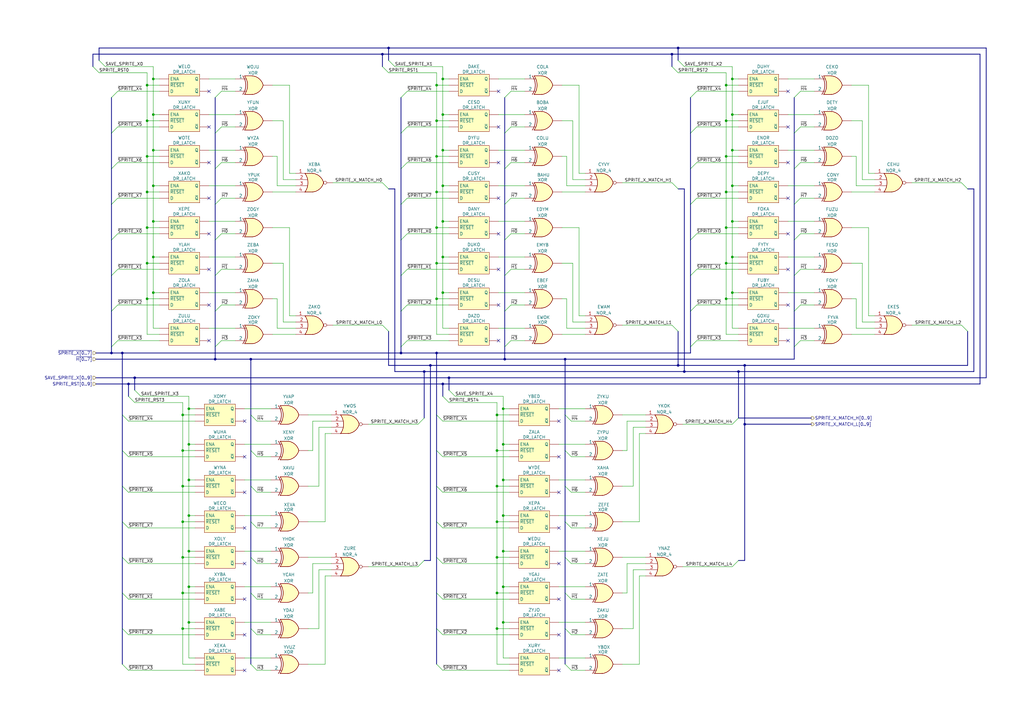
<source format=kicad_sch>
(kicad_sch (version 20230121) (generator eeschema)
  (paper "A3")
  (title_block (title "DMG-CPU B") (date "2023-04-22") (rev "0.5") (company "CC-BY-SA-4.0 Régis Galland & Michael Singer -- Derived work from Furrtek") (comment 1 "https://github.com/msinger/dmg-schematics"))
  (junction (at 206.375 211.455))
  (junction (at 206.375 196.85))
  (junction (at 60.325 93.345))
  (junction (at 275.59 22.225))
  (junction (at 297.815 78.74))
  (junction (at 203.835 184.785))
  (junction (at 203.835 213.995))
  (junction (at 173.99 152.4))
  (junction (at 77.47 167.64))
  (junction (at 206.375 182.245))
  (junction (at 55.245 154.94))
  (junction (at 88.265 147.32))
  (junction (at 280.67 152.4))
  (junction (at 179.07 78.74))
  (junction (at 302.895 152.4))
  (junction (at 300.355 120.015))
  (junction (at 181.61 32.385))
  (junction (at 300.355 105.41))
  (junction (at 62.865 90.805))
  (junction (at 179.07 49.53))
  (junction (at 206.375 240.665))
  (junction (at 203.835 243.205))
  (junction (at 179.07 93.345))
  (junction (at 203.835 257.81))
  (junction (at 181.61 46.99))
  (junction (at 179.07 144.78))
  (junction (at 74.93 199.39))
  (junction (at 278.13 19.685))
  (junction (at 62.865 32.385))
  (junction (at 181.61 90.805))
  (junction (at 206.375 167.64))
  (junction (at 203.835 228.6))
  (junction (at 62.865 76.2))
  (junction (at 74.93 184.785))
  (junction (at 300.355 46.99))
  (junction (at 297.815 107.95))
  (junction (at 60.325 78.74))
  (junction (at 297.815 49.53))
  (junction (at 300.355 61.595))
  (junction (at 60.325 49.53))
  (junction (at 297.815 64.135))
  (junction (at 181.61 61.595))
  (junction (at 305.435 149.86))
  (junction (at 179.07 34.925))
  (junction (at 60.325 107.95))
  (junction (at 77.47 182.245))
  (junction (at 62.865 46.99))
  (junction (at 297.815 34.925))
  (junction (at 181.61 105.41))
  (junction (at 181.61 76.2))
  (junction (at 74.93 228.6))
  (junction (at 203.835 199.39))
  (junction (at 164.465 144.78))
  (junction (at 176.53 149.86))
  (junction (at 297.815 93.345))
  (junction (at 300.355 32.385))
  (junction (at 156.845 22.225))
  (junction (at 62.865 120.015))
  (junction (at 60.325 64.135))
  (junction (at 77.47 226.06))
  (junction (at 207.01 147.32))
  (junction (at 45.72 144.78))
  (junction (at 206.375 255.27))
  (junction (at 203.835 170.18))
  (junction (at 159.385 19.685))
  (junction (at 278.13 149.86))
  (junction (at 52.705 157.48))
  (junction (at 62.865 61.595))
  (junction (at 231.775 147.32))
  (junction (at 305.435 173.99))
  (junction (at 206.375 226.06))
  (junction (at 179.07 64.135))
  (junction (at 77.47 240.665))
  (junction (at 102.87 147.32))
  (junction (at 60.325 122.555))
  (junction (at 179.07 107.95))
  (junction (at 74.93 170.18))
  (junction (at 74.93 257.81))
  (junction (at 77.47 211.455))
  (junction (at 74.93 243.205))
  (junction (at 77.47 196.85))
  (junction (at 184.15 154.94))
  (junction (at 300.355 90.805))
  (junction (at 181.61 120.015))
  (junction (at 179.07 122.555))
  (junction (at 297.815 122.555))
  (junction (at 181.61 157.48))
  (junction (at 62.865 105.41))
  (junction (at 74.93 213.995))
  (junction (at 77.47 255.27))
  (junction (at 60.325 34.925))
  (junction (at 50.165 144.78))
  (junction (at 300.355 76.2))
  (no_connect (at 204.47 81.28))
  (no_connect (at 229.235 274.955))
  (no_connect (at 100.33 274.955))
  (no_connect (at 204.47 52.07))
  (no_connect (at 229.235 245.745))
  (no_connect (at 229.235 201.93))
  (no_connect (at 229.235 231.14))
  (no_connect (at 204.47 110.49))
  (no_connect (at 229.235 260.35))
  (no_connect (at 323.215 52.07))
  (no_connect (at 85.725 52.07))
  (no_connect (at 85.725 37.465))
  (no_connect (at 85.725 125.095))
  (no_connect (at 323.215 95.885))
  (no_connect (at 85.725 110.49))
  (no_connect (at 323.215 125.095))
  (no_connect (at 323.215 110.49))
  (no_connect (at 323.215 37.465))
  (no_connect (at 100.33 201.93))
  (no_connect (at 204.47 37.465))
  (no_connect (at 229.235 187.325))
  (no_connect (at 100.33 216.535))
  (no_connect (at 100.33 187.325))
  (no_connect (at 85.725 66.675))
  (no_connect (at 229.235 172.72))
  (no_connect (at 229.235 216.535))
  (no_connect (at 100.33 245.745))
  (no_connect (at 323.215 81.28))
  (no_connect (at 100.33 231.14))
  (no_connect (at 204.47 66.675))
  (no_connect (at 100.33 260.35))
  (no_connect (at 323.215 66.675))
  (no_connect (at 204.47 125.095))
  (no_connect (at 323.215 139.7))
  (no_connect (at 204.47 95.885))
  (no_connect (at 204.47 139.7))
  (no_connect (at 100.33 172.72))
  (no_connect (at 85.725 81.28))
  (no_connect (at 85.725 95.885))
  (no_connect (at 85.725 139.7))
  (bus_entry (at 209.55 110.49) (size -2.54 2.54))
  (bus_entry (at 328.295 37.465) (size -2.54 2.54))
  (bus_entry (at 52.705 201.93) (size -2.54 -2.54))
  (bus_entry (at 52.705 172.72) (size -2.54 -2.54))
  (bus_entry (at 167.005 52.07) (size -2.54 2.54))
  (bus_entry (at 52.705 274.955) (size -2.54 -2.54))
  (bus_entry (at 285.75 110.49) (size -2.54 2.54))
  (bus_entry (at 90.805 52.07) (size -2.54 2.54))
  (bus_entry (at 48.26 37.465) (size -2.54 2.54))
  (bus_entry (at 40.64 24.765) (size 2.54 2.54))
  (bus_entry (at 181.61 274.955) (size -2.54 -2.54))
  (bus_entry (at 52.705 245.745) (size -2.54 -2.54))
  (bus_entry (at 55.245 160.02) (size 2.54 2.54))
  (bus_entry (at 285.75 125.095) (size -2.54 2.54))
  (bus_entry (at 209.55 139.7) (size -2.54 2.54))
  (bus_entry (at 181.61 172.72) (size -2.54 -2.54))
  (bus_entry (at 48.26 95.885) (size -2.54 2.54))
  (bus_entry (at 167.005 110.49) (size -2.54 2.54))
  (bus_entry (at 156.845 27.305) (size 2.54 2.54))
  (bus_entry (at 48.26 66.675) (size -2.54 2.54))
  (bus_entry (at 234.315 201.93) (size -2.54 -2.54))
  (bus_entry (at 234.315 260.35) (size -2.54 -2.54))
  (bus_entry (at 234.315 216.535) (size -2.54 -2.54))
  (bus_entry (at 167.005 37.465) (size -2.54 2.54))
  (bus_entry (at 90.805 139.7) (size -2.54 2.54))
  (bus_entry (at 285.75 95.885) (size -2.54 2.54))
  (bus_entry (at 394.335 74.93) (size 2.54 2.54))
  (bus_entry (at 209.55 66.675) (size -2.54 2.54))
  (bus_entry (at 328.295 95.885) (size -2.54 2.54))
  (bus_entry (at 52.705 260.35) (size -2.54 -2.54))
  (bus_entry (at 209.55 81.28) (size -2.54 2.54))
  (bus_entry (at 159.385 24.765) (size 2.54 2.54))
  (bus_entry (at 52.705 216.535) (size -2.54 -2.54))
  (bus_entry (at 48.26 81.28) (size -2.54 2.54))
  (bus_entry (at 48.26 110.49) (size -2.54 2.54))
  (bus_entry (at 285.75 81.28) (size -2.54 2.54))
  (bus_entry (at 105.41 231.14) (size -2.54 -2.54))
  (bus_entry (at 105.41 216.535) (size -2.54 -2.54))
  (bus_entry (at 394.335 133.35) (size 2.54 2.54))
  (bus_entry (at 181.61 201.93) (size -2.54 -2.54))
  (bus_entry (at 234.315 172.72) (size -2.54 -2.54))
  (bus_entry (at 181.61 162.56) (size 2.54 2.54))
  (bus_entry (at 171.45 173.99) (size 2.54 -2.54))
  (bus_entry (at 285.75 139.7) (size -2.54 2.54))
  (bus_entry (at 171.45 232.41) (size 2.54 -2.54))
  (bus_entry (at 234.315 274.955) (size -2.54 -2.54))
  (bus_entry (at 167.005 125.095) (size -2.54 2.54))
  (bus_entry (at 234.315 231.14) (size -2.54 -2.54))
  (bus_entry (at 328.295 139.7) (size -2.54 2.54))
  (bus_entry (at 328.295 52.07) (size -2.54 2.54))
  (bus_entry (at 234.315 245.745) (size -2.54 -2.54))
  (bus_entry (at 105.41 172.72) (size -2.54 -2.54))
  (bus_entry (at 52.705 187.325) (size -2.54 -2.54))
  (bus_entry (at 209.55 125.095) (size -2.54 2.54))
  (bus_entry (at 90.805 81.28) (size -2.54 2.54))
  (bus_entry (at 181.61 245.745) (size -2.54 -2.54))
  (bus_entry (at 90.805 66.675) (size -2.54 2.54))
  (bus_entry (at 184.15 160.02) (size 2.54 2.54))
  (bus_entry (at 209.55 95.885) (size -2.54 2.54))
  (bus_entry (at 209.55 37.465) (size -2.54 2.54))
  (bus_entry (at 52.705 231.14) (size -2.54 -2.54))
  (bus_entry (at 167.005 66.675) (size -2.54 2.54))
  (bus_entry (at 278.13 24.765) (size 2.54 2.54))
  (bus_entry (at 209.55 52.07) (size -2.54 2.54))
  (bus_entry (at 275.59 74.93) (size 2.54 2.54))
  (bus_entry (at 181.61 216.535) (size -2.54 -2.54))
  (bus_entry (at 90.805 37.465) (size -2.54 2.54))
  (bus_entry (at 275.59 133.35) (size 2.54 2.54))
  (bus_entry (at 90.805 95.885) (size -2.54 2.54))
  (bus_entry (at 156.845 133.35) (size 2.54 2.54))
  (bus_entry (at 90.805 125.095) (size -2.54 2.54))
  (bus_entry (at 105.41 201.93) (size -2.54 -2.54))
  (bus_entry (at 105.41 187.325) (size -2.54 -2.54))
  (bus_entry (at 105.41 260.35) (size -2.54 -2.54))
  (bus_entry (at 275.59 27.305) (size 2.54 2.54))
  (bus_entry (at 156.845 74.93) (size 2.54 2.54))
  (bus_entry (at 300.355 232.41) (size 2.54 -2.54))
  (bus_entry (at 52.705 162.56) (size 2.54 2.54))
  (bus_entry (at 105.41 274.955) (size -2.54 -2.54))
  (bus_entry (at 90.805 110.49) (size -2.54 2.54))
  (bus_entry (at 167.005 95.885) (size -2.54 2.54))
  (bus_entry (at 105.41 245.745) (size -2.54 -2.54))
  (bus_entry (at 328.295 81.28) (size -2.54 2.54))
  (bus_entry (at 285.75 66.675) (size -2.54 2.54))
  (bus_entry (at 328.295 110.49) (size -2.54 2.54))
  (bus_entry (at 285.75 37.465) (size -2.54 2.54))
  (bus_entry (at 181.61 260.35) (size -2.54 -2.54))
  (bus_entry (at 181.61 187.325) (size -2.54 -2.54))
  (bus_entry (at 328.295 125.095) (size -2.54 2.54))
  (bus_entry (at 181.61 231.14) (size -2.54 -2.54))
  (bus_entry (at 300.355 173.99) (size 2.54 -2.54))
  (bus_entry (at 48.26 125.095) (size -2.54 2.54))
  (bus_entry (at 167.005 139.7) (size -2.54 2.54))
  (bus_entry (at 48.26 52.07) (size -2.54 2.54))
  (bus_entry (at 38.1 27.305) (size 2.54 2.54))
  (bus_entry (at 285.75 52.07) (size -2.54 2.54))
  (bus_entry (at 48.26 139.7) (size -2.54 2.54))
  (bus_entry (at 167.005 81.28) (size -2.54 2.54))
  (bus_entry (at 234.315 187.325) (size -2.54 -2.54))
  (bus_entry (at 328.295 66.675) (size -2.54 2.54))
  (wire (pts (xy 259.715 175.26) (xy 264.795 175.26)))
  (wire (pts (xy 52.705 260.35) (xy 80.01 260.35)))
  (wire (pts (xy 255.27 243.205) (xy 257.175 243.205)))
  (bus (pts (xy 399.415 77.47) (xy 399.415 152.4)))
  (bus (pts (xy 50.165 213.995) (xy 50.165 199.39)))
  (wire (pts (xy 257.175 243.205) (xy 257.175 231.14)))
  (wire (pts (xy 181.61 90.805) (xy 181.61 105.41)))
  (bus (pts (xy 207.01 98.425) (xy 207.01 113.03)))
  (wire (pts (xy 297.815 34.925) (xy 297.815 29.845)))
  (wire (pts (xy 208.915 199.39) (xy 203.835 199.39)))
  (bus (pts (xy 88.265 98.425) (xy 88.265 113.03)))
  (wire (pts (xy 100.33 240.665) (xy 111.125 240.665)))
  (wire (pts (xy 105.41 245.745) (xy 111.125 245.745)))
  (wire (pts (xy 62.865 32.385) (xy 62.865 46.99)))
  (wire (pts (xy 234.315 245.745) (xy 240.03 245.745)))
  (wire (pts (xy 80.01 170.18) (xy 74.93 170.18)))
  (bus (pts (xy 38.1 22.225) (xy 38.1 27.305)))
  (wire (pts (xy 230.505 64.135) (xy 232.41 64.135)))
  (wire (pts (xy 74.93 243.205) (xy 80.01 243.205)))
  (wire (pts (xy 62.865 105.41) (xy 62.865 120.015)))
  (wire (pts (xy 349.25 122.555) (xy 351.155 122.555)))
  (bus (pts (xy 231.775 147.32) (xy 231.775 170.18)))
  (wire (pts (xy 206.375 255.27) (xy 208.915 255.27)))
  (wire (pts (xy 179.07 34.925) (xy 179.07 49.53)))
  (wire (pts (xy 323.215 90.805) (xy 334.01 90.805)))
  (wire (pts (xy 229.235 211.455) (xy 240.03 211.455)))
  (wire (pts (xy 208.915 226.06) (xy 206.375 226.06)))
  (wire (pts (xy 100.33 255.27) (xy 111.125 255.27)))
  (wire (pts (xy 255.27 257.81) (xy 259.715 257.81)))
  (wire (pts (xy 302.895 61.595) (xy 300.355 61.595)))
  (wire (pts (xy 208.915 240.665) (xy 206.375 240.665)))
  (bus (pts (xy 50.165 257.81) (xy 50.165 243.205)))
  (wire (pts (xy 105.41 216.535) (xy 111.125 216.535)))
  (wire (pts (xy 181.61 76.2) (xy 181.61 90.805)))
  (bus (pts (xy 332.74 173.99) (xy 305.435 173.99)))
  (wire (pts (xy 80.01 182.245) (xy 77.47 182.245)))
  (bus (pts (xy 88.265 83.82) (xy 88.265 98.425)))
  (wire (pts (xy 394.335 74.93) (xy 374.015 74.93)))
  (bus (pts (xy 280.67 152.4) (xy 302.895 152.4)))
  (bus (pts (xy 332.74 171.45) (xy 302.895 171.45)))
  (wire (pts (xy 285.75 95.885) (xy 302.895 95.885)))
  (wire (pts (xy 280.67 27.305) (xy 300.355 27.305)))
  (wire (pts (xy 179.07 137.16) (xy 184.15 137.16)))
  (wire (pts (xy 52.705 274.955) (xy 80.01 274.955)))
  (wire (pts (xy 302.895 105.41) (xy 300.355 105.41)))
  (wire (pts (xy 184.15 64.135) (xy 179.07 64.135)))
  (wire (pts (xy 302.895 93.345) (xy 297.815 93.345)))
  (wire (pts (xy 156.845 74.93) (xy 136.525 74.93)))
  (wire (pts (xy 52.705 245.745) (xy 80.01 245.745)))
  (bus (pts (xy 280.67 77.47) (xy 280.67 152.4)))
  (wire (pts (xy 206.375 196.85) (xy 206.375 211.455)))
  (wire (pts (xy 65.405 122.555) (xy 60.325 122.555)))
  (wire (pts (xy 181.61 274.955) (xy 208.915 274.955)))
  (wire (pts (xy 90.805 139.7) (xy 96.52 139.7)))
  (wire (pts (xy 167.005 37.465) (xy 184.15 37.465)))
  (wire (pts (xy 118.745 71.12) (xy 118.745 34.925)))
  (wire (pts (xy 167.005 139.7) (xy 184.15 139.7)))
  (wire (pts (xy 159.385 29.845) (xy 179.07 29.845)))
  (wire (pts (xy 133.35 272.415) (xy 126.365 272.415)))
  (bus (pts (xy 50.165 199.39) (xy 50.165 184.785)))
  (wire (pts (xy 181.61 32.385) (xy 181.61 27.305)))
  (wire (pts (xy 229.235 196.85) (xy 240.03 196.85)))
  (wire (pts (xy 65.405 34.925) (xy 60.325 34.925)))
  (wire (pts (xy 300.355 32.385) (xy 300.355 27.305)))
  (wire (pts (xy 100.33 226.06) (xy 111.125 226.06)))
  (wire (pts (xy 65.405 93.345) (xy 60.325 93.345)))
  (wire (pts (xy 80.01 167.64) (xy 77.47 167.64)))
  (bus (pts (xy 159.385 19.685) (xy 278.13 19.685)))
  (bus (pts (xy 102.87 257.81) (xy 102.87 243.205)))
  (wire (pts (xy 230.505 122.555) (xy 232.41 122.555)))
  (wire (pts (xy 203.835 257.81) (xy 203.835 272.415)))
  (wire (pts (xy 80.01 228.6) (xy 74.93 228.6)))
  (wire (pts (xy 394.335 133.35) (xy 374.015 133.35)))
  (wire (pts (xy 234.315 260.35) (xy 240.03 260.35)))
  (wire (pts (xy 179.07 78.74) (xy 184.15 78.74)))
  (wire (pts (xy 297.815 34.925) (xy 297.815 49.53)))
  (bus (pts (xy 399.415 77.47) (xy 396.875 77.47)))
  (wire (pts (xy 65.405 90.805) (xy 62.865 90.805)))
  (wire (pts (xy 128.27 184.785) (xy 126.365 184.785)))
  (wire (pts (xy 179.07 34.925) (xy 179.07 29.845)))
  (wire (pts (xy 351.155 122.555) (xy 351.155 134.62)))
  (bus (pts (xy 102.87 243.205) (xy 102.87 228.6)))
  (wire (pts (xy 285.75 125.095) (xy 302.895 125.095)))
  (bus (pts (xy 283.21 98.425) (xy 283.21 113.03)))
  (wire (pts (xy 80.01 211.455) (xy 77.47 211.455)))
  (wire (pts (xy 262.255 272.415) (xy 255.27 272.415)))
  (wire (pts (xy 43.18 27.305) (xy 62.865 27.305)))
  (wire (pts (xy 206.375 226.06) (xy 206.375 240.665)))
  (wire (pts (xy 167.005 66.675) (xy 184.15 66.675)))
  (wire (pts (xy 323.215 46.99) (xy 334.01 46.99)))
  (wire (pts (xy 297.815 93.345) (xy 297.815 107.95)))
  (wire (pts (xy 113.665 76.2) (xy 121.285 76.2)))
  (bus (pts (xy 159.385 149.86) (xy 176.53 149.86)))
  (wire (pts (xy 184.15 32.385) (xy 181.61 32.385)))
  (wire (pts (xy 90.805 110.49) (xy 96.52 110.49)))
  (bus (pts (xy 45.72 98.425) (xy 45.72 113.03)))
  (wire (pts (xy 121.285 129.54) (xy 118.745 129.54)))
  (wire (pts (xy 184.15 122.555) (xy 179.07 122.555)))
  (wire (pts (xy 90.805 52.07) (xy 96.52 52.07)))
  (wire (pts (xy 113.665 134.62) (xy 121.285 134.62)))
  (wire (pts (xy 184.15 61.595) (xy 181.61 61.595)))
  (bus (pts (xy 88.265 142.24) (xy 88.265 147.32)))
  (wire (pts (xy 113.665 64.135) (xy 113.665 76.2)))
  (wire (pts (xy 230.505 137.16) (xy 240.03 137.16)))
  (wire (pts (xy 126.365 243.205) (xy 128.27 243.205)))
  (wire (pts (xy 60.325 78.74) (xy 65.405 78.74)))
  (wire (pts (xy 77.47 167.64) (xy 77.47 182.245)))
  (wire (pts (xy 300.355 32.385) (xy 300.355 46.99)))
  (wire (pts (xy 111.76 64.135) (xy 113.665 64.135)))
  (wire (pts (xy 209.55 37.465) (xy 215.265 37.465)))
  (wire (pts (xy 111.76 137.16) (xy 121.285 137.16)))
  (wire (pts (xy 80.01 226.06) (xy 77.47 226.06)))
  (wire (pts (xy 300.355 61.595) (xy 300.355 76.2)))
  (wire (pts (xy 234.315 216.535) (xy 240.03 216.535)))
  (wire (pts (xy 48.26 52.07) (xy 65.405 52.07)))
  (bus (pts (xy 302.895 152.4) (xy 302.895 171.45)))
  (wire (pts (xy 232.41 134.62) (xy 240.03 134.62)))
  (wire (pts (xy 105.41 274.955) (xy 111.125 274.955)))
  (bus (pts (xy 325.755 142.24) (xy 325.755 147.32)))
  (wire (pts (xy 80.01 257.81) (xy 74.93 257.81)))
  (wire (pts (xy 203.835 170.18) (xy 203.835 165.1)))
  (wire (pts (xy 77.47 182.245) (xy 77.47 196.85)))
  (bus (pts (xy 179.07 144.78) (xy 283.21 144.78)))
  (wire (pts (xy 230.505 107.95) (xy 234.95 107.95)))
  (wire (pts (xy 74.93 170.18) (xy 74.93 184.785)))
  (wire (pts (xy 48.26 110.49) (xy 65.405 110.49)))
  (wire (pts (xy 184.15 105.41) (xy 181.61 105.41)))
  (wire (pts (xy 130.81 199.39) (xy 126.365 199.39)))
  (bus (pts (xy 231.775 257.81) (xy 231.775 243.205)))
  (wire (pts (xy 181.61 46.99) (xy 181.61 61.595)))
  (wire (pts (xy 302.895 34.925) (xy 297.815 34.925)))
  (wire (pts (xy 300.355 105.41) (xy 300.355 120.015)))
  (bus (pts (xy 231.775 170.18) (xy 231.775 184.785)))
  (wire (pts (xy 161.925 27.305) (xy 181.61 27.305)))
  (wire (pts (xy 121.285 71.12) (xy 118.745 71.12)))
  (wire (pts (xy 206.375 269.875) (xy 208.915 269.875)))
  (bus (pts (xy 283.21 113.03) (xy 283.21 127.635)))
  (wire (pts (xy 203.835 170.18) (xy 203.835 184.785)))
  (wire (pts (xy 179.07 107.95) (xy 179.07 122.555)))
  (bus (pts (xy 207.01 127.635) (xy 207.01 142.24)))
  (wire (pts (xy 240.03 71.12) (xy 237.49 71.12)))
  (wire (pts (xy 65.405 61.595) (xy 62.865 61.595)))
  (wire (pts (xy 208.915 182.245) (xy 206.375 182.245)))
  (wire (pts (xy 181.61 134.62) (xy 184.15 134.62)))
  (bus (pts (xy 181.61 157.48) (xy 401.955 157.48)))
  (wire (pts (xy 358.775 73.66) (xy 353.695 73.66)))
  (wire (pts (xy 240.03 73.66) (xy 234.95 73.66)))
  (wire (pts (xy 328.295 52.07) (xy 334.01 52.07)))
  (bus (pts (xy 278.13 19.685) (xy 278.13 24.765)))
  (bus (pts (xy 156.845 22.225) (xy 156.845 27.305)))
  (wire (pts (xy 55.245 165.1) (xy 74.93 165.1)))
  (wire (pts (xy 255.27 228.6) (xy 264.795 228.6)))
  (bus (pts (xy 404.495 19.685) (xy 278.13 19.685)))
  (wire (pts (xy 184.15 46.99) (xy 181.61 46.99)))
  (bus (pts (xy 52.705 157.48) (xy 181.61 157.48)))
  (wire (pts (xy 181.61 134.62) (xy 181.61 120.015)))
  (wire (pts (xy 62.865 134.62) (xy 65.405 134.62)))
  (wire (pts (xy 204.47 61.595) (xy 215.265 61.595)))
  (wire (pts (xy 167.005 52.07) (xy 184.15 52.07)))
  (wire (pts (xy 230.505 78.74) (xy 240.03 78.74)))
  (wire (pts (xy 74.93 199.39) (xy 74.93 213.995)))
  (wire (pts (xy 204.47 134.62) (xy 215.265 134.62)))
  (wire (pts (xy 80.01 196.85) (xy 77.47 196.85)))
  (wire (pts (xy 358.775 132.08) (xy 353.695 132.08)))
  (wire (pts (xy 60.325 107.95) (xy 60.325 122.555)))
  (wire (pts (xy 323.215 32.385) (xy 334.01 32.385)))
  (bus (pts (xy 283.21 54.61) (xy 283.21 69.215)))
  (wire (pts (xy 90.805 37.465) (xy 96.52 37.465)))
  (bus (pts (xy 176.53 229.87) (xy 173.99 229.87)))
  (wire (pts (xy 203.835 272.415) (xy 208.915 272.415)))
  (wire (pts (xy 232.41 122.555) (xy 232.41 134.62)))
  (wire (pts (xy 323.215 105.41) (xy 334.01 105.41)))
  (bus (pts (xy 39.37 154.94) (xy 55.245 154.94)))
  (bus (pts (xy 55.245 154.94) (xy 184.15 154.94)))
  (wire (pts (xy 203.835 213.995) (xy 203.835 228.6)))
  (bus (pts (xy 179.07 213.995) (xy 179.07 199.39)))
  (bus (pts (xy 302.895 229.87) (xy 305.435 229.87)))
  (bus (pts (xy 39.37 144.78) (xy 45.72 144.78)))
  (wire (pts (xy 130.81 257.81) (xy 130.81 233.68)))
  (bus (pts (xy 45.72 127.635) (xy 45.72 142.24)))
  (wire (pts (xy 60.325 34.925) (xy 60.325 29.845)))
  (wire (pts (xy 209.55 81.28) (xy 215.265 81.28)))
  (wire (pts (xy 300.355 76.2) (xy 300.355 90.805)))
  (wire (pts (xy 229.235 240.665) (xy 240.03 240.665)))
  (wire (pts (xy 77.47 240.665) (xy 77.47 255.27)))
  (wire (pts (xy 323.215 134.62) (xy 334.01 134.62)))
  (wire (pts (xy 179.07 122.555) (xy 179.07 137.16)))
  (wire (pts (xy 90.805 125.095) (xy 96.52 125.095)))
  (bus (pts (xy 50.165 243.205) (xy 50.165 228.6)))
  (wire (pts (xy 232.41 64.135) (xy 232.41 76.2)))
  (wire (pts (xy 285.75 110.49) (xy 302.895 110.49)))
  (wire (pts (xy 323.215 120.015) (xy 334.01 120.015)))
  (wire (pts (xy 328.295 66.675) (xy 334.01 66.675)))
  (wire (pts (xy 85.725 46.99) (xy 96.52 46.99)))
  (wire (pts (xy 206.375 167.64) (xy 206.375 182.245)))
  (wire (pts (xy 358.775 71.12) (xy 356.235 71.12)))
  (wire (pts (xy 77.47 269.875) (xy 80.01 269.875)))
  (wire (pts (xy 209.55 125.095) (xy 215.265 125.095)))
  (wire (pts (xy 204.47 46.99) (xy 215.265 46.99)))
  (wire (pts (xy 74.93 272.415) (xy 80.01 272.415)))
  (bus (pts (xy 88.265 40.005) (xy 88.265 54.61)))
  (wire (pts (xy 278.13 29.845) (xy 297.815 29.845)))
  (wire (pts (xy 275.59 133.35) (xy 255.27 133.35)))
  (wire (pts (xy 126.365 228.6) (xy 135.89 228.6)))
  (bus (pts (xy 283.21 40.005) (xy 283.21 54.61)))
  (wire (pts (xy 300.355 134.62) (xy 300.355 120.015)))
  (bus (pts (xy 45.72 83.82) (xy 45.72 98.425)))
  (bus (pts (xy 164.465 40.005) (xy 164.465 54.61)))
  (wire (pts (xy 133.35 236.22) (xy 133.35 272.415)))
  (wire (pts (xy 181.61 172.72) (xy 208.915 172.72)))
  (wire (pts (xy 85.725 120.015) (xy 96.52 120.015)))
  (wire (pts (xy 111.76 78.74) (xy 121.285 78.74)))
  (wire (pts (xy 204.47 105.41) (xy 215.265 105.41)))
  (wire (pts (xy 302.895 122.555) (xy 297.815 122.555)))
  (bus (pts (xy 231.775 213.995) (xy 231.775 199.39)))
  (wire (pts (xy 105.41 172.72) (xy 111.125 172.72)))
  (wire (pts (xy 328.295 81.28) (xy 334.01 81.28)))
  (bus (pts (xy 50.165 272.415) (xy 50.165 257.81)))
  (wire (pts (xy 80.01 199.39) (xy 74.93 199.39)))
  (wire (pts (xy 179.07 107.95) (xy 184.15 107.95)))
  (wire (pts (xy 105.41 231.14) (xy 111.125 231.14)))
  (wire (pts (xy 65.405 105.41) (xy 62.865 105.41)))
  (wire (pts (xy 85.725 32.385) (xy 96.52 32.385)))
  (bus (pts (xy 325.755 127.635) (xy 325.755 142.24)))
  (bus (pts (xy 325.755 83.82) (xy 325.755 98.425)))
  (wire (pts (xy 77.47 196.85) (xy 77.47 211.455)))
  (wire (pts (xy 105.41 201.93) (xy 111.125 201.93)))
  (wire (pts (xy 208.915 167.64) (xy 206.375 167.64)))
  (wire (pts (xy 203.835 184.785) (xy 208.915 184.785)))
  (wire (pts (xy 100.33 196.85) (xy 111.125 196.85)))
  (bus (pts (xy 305.435 149.86) (xy 305.435 173.99)))
  (wire (pts (xy 264.795 231.14) (xy 257.175 231.14)))
  (wire (pts (xy 208.915 170.18) (xy 203.835 170.18)))
  (wire (pts (xy 302.895 46.99) (xy 300.355 46.99)))
  (bus (pts (xy 275.59 22.225) (xy 401.955 22.225)))
  (wire (pts (xy 65.405 46.99) (xy 62.865 46.99)))
  (wire (pts (xy 285.75 81.28) (xy 302.895 81.28)))
  (wire (pts (xy 179.07 78.74) (xy 179.07 93.345)))
  (wire (pts (xy 240.03 132.08) (xy 234.95 132.08)))
  (wire (pts (xy 85.725 61.595) (xy 96.52 61.595)))
  (wire (pts (xy 77.47 226.06) (xy 77.47 240.665)))
  (wire (pts (xy 262.255 236.22) (xy 262.255 272.415)))
  (wire (pts (xy 203.835 243.205) (xy 203.835 257.81)))
  (bus (pts (xy 102.87 213.995) (xy 102.87 199.39)))
  (wire (pts (xy 300.355 173.99) (xy 280.035 173.99)))
  (wire (pts (xy 204.47 32.385) (xy 215.265 32.385)))
  (wire (pts (xy 65.405 32.385) (xy 62.865 32.385)))
  (wire (pts (xy 300.355 232.41) (xy 280.035 232.41)))
  (wire (pts (xy 85.725 134.62) (xy 96.52 134.62)))
  (wire (pts (xy 208.915 196.85) (xy 206.375 196.85)))
  (bus (pts (xy 45.72 142.24) (xy 45.72 144.78)))
  (bus (pts (xy 164.465 69.215) (xy 164.465 83.82)))
  (wire (pts (xy 48.26 125.095) (xy 65.405 125.095)))
  (wire (pts (xy 52.705 172.72) (xy 80.01 172.72)))
  (bus (pts (xy 305.435 173.99) (xy 305.435 229.87)))
  (bus (pts (xy 102.87 147.32) (xy 102.87 170.18)))
  (wire (pts (xy 208.915 257.81) (xy 203.835 257.81)))
  (wire (pts (xy 259.715 257.81) (xy 259.715 233.68)))
  (wire (pts (xy 358.775 129.54) (xy 356.235 129.54)))
  (wire (pts (xy 62.865 32.385) (xy 62.865 27.305)))
  (wire (pts (xy 60.325 78.74) (xy 60.325 93.345)))
  (wire (pts (xy 328.295 139.7) (xy 334.01 139.7)))
  (bus (pts (xy 283.21 83.82) (xy 283.21 98.425)))
  (wire (pts (xy 237.49 71.12) (xy 237.49 34.925)))
  (wire (pts (xy 167.005 125.095) (xy 184.15 125.095)))
  (wire (pts (xy 206.375 211.455) (xy 206.375 226.06)))
  (wire (pts (xy 111.76 107.95) (xy 116.205 107.95)))
  (wire (pts (xy 356.235 129.54) (xy 356.235 93.345)))
  (bus (pts (xy 164.465 127.635) (xy 164.465 142.24)))
  (wire (pts (xy 179.07 49.53) (xy 179.07 64.135)))
  (wire (pts (xy 209.55 52.07) (xy 215.265 52.07)))
  (wire (pts (xy 262.255 177.8) (xy 262.255 213.995)))
  (bus (pts (xy 231.775 243.205) (xy 231.775 228.6)))
  (wire (pts (xy 349.25 78.74) (xy 358.775 78.74)))
  (bus (pts (xy 404.495 154.94) (xy 404.495 19.685)))
  (bus (pts (xy 50.165 144.78) (xy 164.465 144.78)))
  (wire (pts (xy 229.235 269.875) (xy 240.03 269.875)))
  (wire (pts (xy 184.15 93.345) (xy 179.07 93.345)))
  (bus (pts (xy 52.705 157.48) (xy 52.705 162.56)))
  (wire (pts (xy 229.235 255.27) (xy 240.03 255.27)))
  (bus (pts (xy 231.775 272.415) (xy 231.775 257.81)))
  (wire (pts (xy 100.33 182.245) (xy 111.125 182.245)))
  (wire (pts (xy 186.69 162.56) (xy 206.375 162.56)))
  (wire (pts (xy 255.27 199.39) (xy 259.715 199.39)))
  (wire (pts (xy 130.81 175.26) (xy 135.89 175.26)))
  (bus (pts (xy 164.465 142.24) (xy 164.465 144.78)))
  (bus (pts (xy 88.265 54.61) (xy 88.265 69.215)))
  (wire (pts (xy 181.61 231.14) (xy 208.915 231.14)))
  (wire (pts (xy 300.355 120.015) (xy 302.895 120.015)))
  (bus (pts (xy 40.64 19.685) (xy 159.385 19.685)))
  (wire (pts (xy 181.61 187.325) (xy 208.915 187.325)))
  (bus (pts (xy 325.755 98.425) (xy 325.755 113.03)))
  (bus (pts (xy 280.67 77.47) (xy 278.13 77.47)))
  (bus (pts (xy 401.955 22.225) (xy 401.955 157.48)))
  (wire (pts (xy 105.41 187.325) (xy 111.125 187.325)))
  (wire (pts (xy 297.815 64.135) (xy 297.815 78.74)))
  (wire (pts (xy 203.835 243.205) (xy 208.915 243.205)))
  (wire (pts (xy 100.33 167.64) (xy 111.125 167.64)))
  (wire (pts (xy 135.89 231.14) (xy 128.27 231.14)))
  (wire (pts (xy 156.845 133.35) (xy 136.525 133.35)))
  (bus (pts (xy 156.845 22.225) (xy 275.59 22.225)))
  (wire (pts (xy 105.41 260.35) (xy 111.125 260.35)))
  (wire (pts (xy 74.93 170.18) (xy 74.93 165.1)))
  (bus (pts (xy 173.99 152.4) (xy 280.67 152.4)))
  (wire (pts (xy 255.27 184.785) (xy 257.175 184.785)))
  (bus (pts (xy 173.99 152.4) (xy 173.99 171.45)))
  (bus (pts (xy 207.01 113.03) (xy 207.01 127.635)))
  (wire (pts (xy 184.15 90.805) (xy 181.61 90.805)))
  (wire (pts (xy 351.155 76.2) (xy 358.775 76.2)))
  (wire (pts (xy 48.26 66.675) (xy 65.405 66.675)))
  (bus (pts (xy 38.1 22.225) (xy 156.845 22.225)))
  (bus (pts (xy 176.53 149.86) (xy 176.53 229.87)))
  (wire (pts (xy 74.93 243.205) (xy 74.93 257.81)))
  (wire (pts (xy 111.76 122.555) (xy 113.665 122.555)))
  (bus (pts (xy 50.165 228.6) (xy 50.165 213.995)))
  (bus (pts (xy 102.87 228.6) (xy 102.87 213.995)))
  (wire (pts (xy 130.81 233.68) (xy 135.89 233.68)))
  (wire (pts (xy 285.75 139.7) (xy 302.895 139.7)))
  (wire (pts (xy 181.61 260.35) (xy 208.915 260.35)))
  (bus (pts (xy 50.165 184.785) (xy 50.165 170.18)))
  (wire (pts (xy 257.175 184.785) (xy 257.175 172.72)))
  (wire (pts (xy 167.005 110.49) (xy 184.15 110.49)))
  (wire (pts (xy 130.81 199.39) (xy 130.81 175.26)))
  (bus (pts (xy 164.465 83.82) (xy 164.465 98.425)))
  (bus (pts (xy 207.01 69.215) (xy 207.01 83.82)))
  (wire (pts (xy 262.255 236.22) (xy 264.795 236.22)))
  (bus (pts (xy 161.925 77.47) (xy 161.925 152.4)))
  (bus (pts (xy 278.13 149.86) (xy 305.435 149.86)))
  (bus (pts (xy 207.01 142.24) (xy 207.01 147.32)))
  (wire (pts (xy 133.35 236.22) (xy 135.89 236.22)))
  (wire (pts (xy 121.285 132.08) (xy 116.205 132.08)))
  (wire (pts (xy 62.865 120.015) (xy 65.405 120.015)))
  (wire (pts (xy 209.55 66.675) (xy 215.265 66.675)))
  (wire (pts (xy 184.15 165.1) (xy 203.835 165.1)))
  (bus (pts (xy 161.925 77.47) (xy 159.385 77.47)))
  (wire (pts (xy 285.75 66.675) (xy 302.895 66.675)))
  (bus (pts (xy 159.385 19.685) (xy 159.385 24.765)))
  (wire (pts (xy 181.61 201.93) (xy 208.915 201.93)))
  (bus (pts (xy 102.87 170.18) (xy 102.87 184.785)))
  (bus (pts (xy 88.265 127.635) (xy 88.265 142.24)))
  (wire (pts (xy 209.55 110.49) (xy 215.265 110.49)))
  (wire (pts (xy 62.865 46.99) (xy 62.865 61.595)))
  (wire (pts (xy 181.61 61.595) (xy 181.61 76.2)))
  (wire (pts (xy 85.725 76.2) (xy 96.52 76.2)))
  (wire (pts (xy 328.295 37.465) (xy 334.01 37.465)))
  (wire (pts (xy 297.815 107.95) (xy 302.895 107.95)))
  (wire (pts (xy 230.505 49.53) (xy 234.95 49.53)))
  (wire (pts (xy 300.355 90.805) (xy 300.355 105.41)))
  (bus (pts (xy 179.07 243.205) (xy 179.07 228.6)))
  (bus (pts (xy 50.165 144.78) (xy 50.165 170.18)))
  (bus (pts (xy 184.15 154.94) (xy 184.15 160.02)))
  (wire (pts (xy 74.93 213.995) (xy 74.93 228.6)))
  (wire (pts (xy 351.155 64.135) (xy 351.155 76.2)))
  (wire (pts (xy 48.26 81.28) (xy 65.405 81.28)))
  (wire (pts (xy 181.61 120.015) (xy 184.15 120.015)))
  (wire (pts (xy 255.27 170.18) (xy 264.795 170.18)))
  (wire (pts (xy 328.295 110.49) (xy 334.01 110.49)))
  (wire (pts (xy 60.325 93.345) (xy 60.325 107.95)))
  (bus (pts (xy 283.21 127.635) (xy 283.21 142.24)))
  (wire (pts (xy 297.815 122.555) (xy 297.815 137.16)))
  (wire (pts (xy 302.895 76.2) (xy 300.355 76.2)))
  (wire (pts (xy 60.325 137.16) (xy 65.405 137.16)))
  (wire (pts (xy 230.505 34.925) (xy 237.49 34.925)))
  (wire (pts (xy 60.325 49.53) (xy 65.405 49.53)))
  (wire (pts (xy 349.25 64.135) (xy 351.155 64.135)))
  (bus (pts (xy 102.87 147.32) (xy 207.01 147.32)))
  (wire (pts (xy 74.93 228.6) (xy 74.93 243.205)))
  (bus (pts (xy 164.465 98.425) (xy 164.465 113.03)))
  (wire (pts (xy 65.405 76.2) (xy 62.865 76.2)))
  (wire (pts (xy 128.27 184.785) (xy 128.27 172.72)))
  (wire (pts (xy 133.35 177.8) (xy 135.89 177.8)))
  (wire (pts (xy 116.205 49.53) (xy 116.205 73.66)))
  (wire (pts (xy 111.76 93.345) (xy 118.745 93.345)))
  (bus (pts (xy 207.01 83.82) (xy 207.01 98.425)))
  (wire (pts (xy 302.895 32.385) (xy 300.355 32.385)))
  (bus (pts (xy 88.265 69.215) (xy 88.265 83.82)))
  (wire (pts (xy 229.235 167.64) (xy 240.03 167.64)))
  (wire (pts (xy 203.835 199.39) (xy 203.835 213.995)))
  (wire (pts (xy 111.76 34.925) (xy 118.745 34.925)))
  (wire (pts (xy 62.865 61.595) (xy 62.865 76.2)))
  (wire (pts (xy 167.005 95.885) (xy 184.15 95.885)))
  (wire (pts (xy 48.26 37.465) (xy 65.405 37.465)))
  (wire (pts (xy 349.25 93.345) (xy 356.235 93.345)))
  (wire (pts (xy 230.505 93.345) (xy 237.49 93.345)))
  (wire (pts (xy 204.47 76.2) (xy 215.265 76.2)))
  (bus (pts (xy 278.13 135.89) (xy 278.13 149.86)))
  (bus (pts (xy 45.72 69.215) (xy 45.72 83.82)))
  (wire (pts (xy 171.45 232.41) (xy 151.13 232.41)))
  (wire (pts (xy 179.07 64.135) (xy 179.07 78.74)))
  (wire (pts (xy 48.26 95.885) (xy 65.405 95.885)))
  (wire (pts (xy 128.27 243.205) (xy 128.27 231.14)))
  (wire (pts (xy 206.375 167.64) (xy 206.375 162.56)))
  (wire (pts (xy 77.47 211.455) (xy 77.47 226.06)))
  (wire (pts (xy 229.235 182.245) (xy 240.03 182.245)))
  (wire (pts (xy 179.07 93.345) (xy 179.07 107.95)))
  (bus (pts (xy 305.435 149.86) (xy 396.875 149.86)))
  (bus (pts (xy 325.755 113.03) (xy 325.755 127.635)))
  (wire (pts (xy 52.705 231.14) (xy 80.01 231.14)))
  (wire (pts (xy 40.64 29.845) (xy 60.325 29.845)))
  (wire (pts (xy 234.95 49.53) (xy 234.95 73.66)))
  (bus (pts (xy 325.755 40.005) (xy 325.755 54.61)))
  (wire (pts (xy 48.26 139.7) (xy 65.405 139.7)))
  (wire (pts (xy 328.295 125.095) (xy 334.01 125.095)))
  (wire (pts (xy 133.35 177.8) (xy 133.35 213.995)))
  (bus (pts (xy 283.21 69.215) (xy 283.21 83.82)))
  (wire (pts (xy 100.33 211.455) (xy 111.125 211.455)))
  (wire (pts (xy 209.55 95.885) (xy 215.265 95.885)))
  (wire (pts (xy 85.725 90.805) (xy 96.52 90.805)))
  (bus (pts (xy 181.61 157.48) (xy 181.61 162.56)))
  (wire (pts (xy 208.915 228.6) (xy 203.835 228.6)))
  (wire (pts (xy 85.725 105.41) (xy 96.52 105.41)))
  (wire (pts (xy 297.815 78.74) (xy 302.895 78.74)))
  (wire (pts (xy 300.355 134.62) (xy 302.895 134.62)))
  (wire (pts (xy 126.365 170.18) (xy 135.89 170.18)))
  (wire (pts (xy 118.745 129.54) (xy 118.745 93.345)))
  (bus (pts (xy 45.72 54.61) (xy 45.72 69.215)))
  (wire (pts (xy 262.255 177.8) (xy 264.795 177.8)))
  (bus (pts (xy 45.72 144.78) (xy 50.165 144.78)))
  (wire (pts (xy 351.155 134.62) (xy 358.775 134.62)))
  (bus (pts (xy 396.875 135.89) (xy 396.875 149.86)))
  (wire (pts (xy 111.76 49.53) (xy 116.205 49.53)))
  (bus (pts (xy 40.64 19.685) (xy 40.64 24.765)))
  (wire (pts (xy 77.47 255.27) (xy 80.01 255.27)))
  (wire (pts (xy 60.325 107.95) (xy 65.405 107.95)))
  (wire (pts (xy 323.215 61.595) (xy 334.01 61.595)))
  (bus (pts (xy 164.465 144.78) (xy 179.07 144.78)))
  (wire (pts (xy 62.865 134.62) (xy 62.865 120.015)))
  (wire (pts (xy 74.93 213.995) (xy 80.01 213.995)))
  (wire (pts (xy 323.215 76.2) (xy 334.01 76.2)))
  (wire (pts (xy 302.895 90.805) (xy 300.355 90.805)))
  (bus (pts (xy 179.07 272.415) (xy 179.07 257.81)))
  (wire (pts (xy 285.75 37.465) (xy 302.895 37.465)))
  (bus (pts (xy 207.01 40.005) (xy 207.01 54.61)))
  (bus (pts (xy 325.755 69.215) (xy 325.755 83.82)))
  (wire (pts (xy 74.93 184.785) (xy 74.93 199.39)))
  (bus (pts (xy 176.53 149.86) (xy 278.13 149.86)))
  (bus (pts (xy 161.925 152.4) (xy 173.99 152.4)))
  (wire (pts (xy 52.705 201.93) (xy 80.01 201.93)))
  (wire (pts (xy 302.895 64.135) (xy 297.815 64.135)))
  (wire (pts (xy 297.815 137.16) (xy 302.895 137.16)))
  (wire (pts (xy 240.03 129.54) (xy 237.49 129.54)))
  (bus (pts (xy 55.245 154.94) (xy 55.245 160.02)))
  (wire (pts (xy 133.35 213.995) (xy 126.365 213.995)))
  (wire (pts (xy 52.705 216.535) (xy 80.01 216.535)))
  (wire (pts (xy 234.315 231.14) (xy 240.03 231.14)))
  (wire (pts (xy 90.805 81.28) (xy 96.52 81.28)))
  (wire (pts (xy 204.47 90.805) (xy 215.265 90.805)))
  (bus (pts (xy 179.07 257.81) (xy 179.07 243.205)))
  (wire (pts (xy 203.835 228.6) (xy 203.835 243.205)))
  (wire (pts (xy 179.07 49.53) (xy 184.15 49.53)))
  (bus (pts (xy 102.87 272.415) (xy 102.87 257.81)))
  (wire (pts (xy 60.325 64.135) (xy 60.325 78.74)))
  (wire (pts (xy 90.805 66.675) (xy 96.52 66.675)))
  (wire (pts (xy 349.25 107.95) (xy 353.695 107.95)))
  (bus (pts (xy 231.775 199.39) (xy 231.775 184.785)))
  (wire (pts (xy 353.695 49.53) (xy 353.695 73.66)))
  (bus (pts (xy 231.775 228.6) (xy 231.775 213.995)))
  (bus (pts (xy 184.15 154.94) (xy 404.495 154.94)))
  (bus (pts (xy 39.37 157.48) (xy 52.705 157.48)))
  (wire (pts (xy 62.865 76.2) (xy 62.865 90.805)))
  (wire (pts (xy 356.235 71.12) (xy 356.235 34.925)))
  (wire (pts (xy 262.255 213.995) (xy 255.27 213.995)))
  (wire (pts (xy 57.785 162.56) (xy 77.47 162.56)))
  (bus (pts (xy 88.265 147.32) (xy 39.37 147.32)))
  (wire (pts (xy 259.715 199.39) (xy 259.715 175.26)))
  (wire (pts (xy 184.15 34.925) (xy 179.07 34.925)))
  (wire (pts (xy 209.55 139.7) (xy 215.265 139.7)))
  (wire (pts (xy 60.325 49.53) (xy 60.325 64.135)))
  (wire (pts (xy 328.295 95.885) (xy 334.01 95.885)))
  (wire (pts (xy 65.405 64.135) (xy 60.325 64.135)))
  (wire (pts (xy 77.47 167.64) (xy 77.47 162.56)))
  (wire (pts (xy 135.89 172.72) (xy 128.27 172.72)))
  (wire (pts (xy 297.815 49.53) (xy 297.815 64.135)))
  (wire (pts (xy 297.815 78.74) (xy 297.815 93.345)))
  (wire (pts (xy 206.375 240.665) (xy 206.375 255.27)))
  (wire (pts (xy 234.95 107.95) (xy 234.95 132.08)))
  (bus (pts (xy 179.07 184.785) (xy 179.07 170.18)))
  (wire (pts (xy 234.315 172.72) (xy 240.03 172.72)))
  (bus (pts (xy 159.385 135.89) (xy 159.385 149.86)))
  (bus (pts (xy 231.775 147.32) (xy 325.755 147.32)))
  (wire (pts (xy 203.835 184.785) (xy 203.835 199.39)))
  (bus (pts (xy 45.72 40.005) (xy 45.72 54.61)))
  (wire (pts (xy 297.815 49.53) (xy 302.895 49.53)))
  (wire (pts (xy 264.795 172.72) (xy 257.175 172.72)))
  (wire (pts (xy 232.41 76.2) (xy 240.03 76.2)))
  (bus (pts (xy 45.72 113.03) (xy 45.72 127.635)))
  (wire (pts (xy 208.915 211.455) (xy 206.375 211.455)))
  (wire (pts (xy 206.375 269.875) (xy 206.375 255.27)))
  (wire (pts (xy 229.235 226.06) (xy 240.03 226.06)))
  (bus (pts (xy 102.87 199.39) (xy 102.87 184.785)))
  (wire (pts (xy 234.315 274.955) (xy 240.03 274.955)))
  (wire (pts (xy 181.61 32.385) (xy 181.61 46.99)))
  (wire (pts (xy 121.285 73.66) (xy 116.205 73.66)))
  (bus (pts (xy 179.07 199.39) (xy 179.07 184.785)))
  (wire (pts (xy 349.25 49.53) (xy 353.695 49.53)))
  (wire (pts (xy 353.695 107.95) (xy 353.695 132.08)))
  (wire (pts (xy 285.75 52.07) (xy 302.895 52.07)))
  (bus (pts (xy 275.59 22.225) (xy 275.59 27.305)))
  (wire (pts (xy 181.61 105.41) (xy 181.61 120.015)))
  (wire (pts (xy 237.49 129.54) (xy 237.49 93.345)))
  (wire (pts (xy 275.59 74.93) (xy 255.27 74.93)))
  (wire (pts (xy 349.25 34.925) (xy 356.235 34.925)))
  (bus (pts (xy 164.465 54.61) (xy 164.465 69.215)))
  (wire (pts (xy 234.315 187.325) (xy 240.03 187.325)))
  (wire (pts (xy 297.815 107.95) (xy 297.815 122.555)))
  (bus (pts (xy 325.755 54.61) (xy 325.755 69.215)))
  (bus (pts (xy 207.01 147.32) (xy 231.775 147.32)))
  (wire (pts (xy 184.15 76.2) (xy 181.61 76.2)))
  (bus (pts (xy 179.07 228.6) (xy 179.07 213.995)))
  (wire (pts (xy 100.33 269.875) (xy 111.125 269.875)))
  (wire (pts (xy 60.325 34.925) (xy 60.325 49.53)))
  (wire (pts (xy 60.325 122.555) (xy 60.325 137.16)))
  (wire (pts (xy 181.61 245.745) (xy 208.915 245.745)))
  (wire (pts (xy 234.315 201.93) (xy 240.03 201.93)))
  (wire (pts (xy 52.705 187.325) (xy 80.01 187.325)))
  (wire (pts (xy 130.81 257.81) (xy 126.365 257.81)))
  (wire (pts (xy 77.47 269.875) (xy 77.47 255.27)))
  (wire (pts (xy 171.45 173.99) (xy 151.13 173.99)))
  (wire (pts (xy 80.01 240.665) (xy 77.47 240.665)))
  (wire (pts (xy 204.47 120.015) (xy 215.265 120.015)))
  (wire (pts (xy 116.205 107.95) (xy 116.205 132.08)))
  (wire (pts (xy 181.61 216.535) (xy 208.915 216.535)))
  (wire (pts (xy 62.865 90.805) (xy 62.865 105.41)))
  (wire (pts (xy 206.375 182.245) (xy 206.375 196.85)))
  (bus (pts (xy 179.07 144.78) (xy 179.07 170.18)))
  (wire (pts (xy 90.805 95.885) (xy 96.52 95.885)))
  (bus (pts (xy 88.265 113.03) (xy 88.265 127.635)))
  (wire (pts (xy 259.715 233.68) (xy 264.795 233.68)))
  (bus (pts (xy 207.01 54.61) (xy 207.01 69.215)))
  (wire (pts (xy 203.835 213.995) (xy 208.915 213.995)))
  (wire (pts (xy 167.005 81.28) (xy 184.15 81.28)))
  (bus (pts (xy 164.465 113.03) (xy 164.465 127.635)))
  (wire (pts (xy 113.665 122.555) (xy 113.665 134.62)))
  (bus (pts (xy 283.21 142.24) (xy 283.21 144.78)))
  (wire (pts (xy 74.93 184.785) (xy 80.01 184.785)))
  (wire (pts (xy 349.25 137.16) (xy 358.775 137.16)))
  (wire (pts (xy 300.355 46.99) (xy 300.355 61.595)))
  (wire (pts (xy 74.93 257.81) (xy 74.93 272.415)))
  (bus (pts (xy 302.895 152.4) (xy 399.415 152.4)))
  (bus (pts (xy 88.265 147.32) (xy 102.87 147.32)))
  (label "~{H4}" (at 328.295 37.465 0))
  (label "~{SPRITE_X1}" (at 181.61 245.745 0))
  (label "SPRITE_RST3" (at 55.245 165.1 0))
  (label "~{SPRITE_X0}" (at 52.705 231.14 0))
  (label "SPRITE_X_MATCH_H3" (at 171.45 173.99 180))
  (label "~{H4}" (at 234.315 172.72 0))
  (label "~{SPRITE_X7}" (at 181.61 216.535 0))
  (label "~{H6}" (at 105.41 201.93 0))
  (label "~{SPRITE_X2}" (at 285.75 125.095 0))
  (label "~{H5}" (at 90.805 52.07 0))
  (label "~{H4}" (at 90.805 37.465 0))
  (label "SPRITE_X_MATCH_L4" (at 300.355 232.41 180))
  (label "~{SPRITE_X1}" (at 285.75 110.49 0))
  (label "~{SPRITE_X2}" (at 52.705 260.35 0))
  (label "~{H1}" (at 328.295 110.49 0))
  (label "~{H3}" (at 328.295 139.7 0))
  (label "~{H3}" (at 90.805 139.7 0))
  (label "~{SPRITE_X5}" (at 167.005 52.07 0))
  (label "~{SPRITE_X6}" (at 181.61 201.93 0))
  (label "~{SPRITE_X6}" (at 285.75 66.675 0))
  (label "~{SPRITE_X5}" (at 52.705 187.325 0))
  (label "~{H2}" (at 105.41 260.35 0))
  (label "SAVE_SPRITE_X4" (at 186.69 162.56 0))
  (label "~{H2}" (at 234.315 260.35 0))
  (label "~{H5}" (at 234.315 187.325 0))
  (label "~{SPRITE_X4}" (at 285.75 37.465 0))
  (label "~{H5}" (at 105.41 187.325 0))
  (label "~{SPRITE_X6}" (at 52.705 201.93 0))
  (label "SPRITE_RST1" (at 159.385 29.845 0))
  (label "~{SPRITE_X2}" (at 181.61 260.35 0))
  (label "SPRITE_X_MATCH_H4" (at 300.355 173.99 180))
  (label "SPRITE_RST4" (at 184.15 165.1 0))
  (label "~{SPRITE_X6}" (at 167.005 66.675 0))
  (label "~{H7}" (at 90.805 81.28 0))
  (label "~{SPRITE_X7}" (at 167.005 81.28 0))
  (label "~{H4}" (at 105.41 172.72 0))
  (label "~{H1}" (at 209.55 110.49 0))
  (label "SPRITE_X_MATCH_H1" (at 275.59 74.93 180))
  (label "~{H6}" (at 209.55 66.675 0))
  (label "~{SPRITE_X7}" (at 285.75 81.28 0))
  (label "~{H6}" (at 234.315 201.93 0))
  (label "~{SPRITE_X1}" (at 52.705 245.745 0))
  (label "SAVE_SPRITE_X0" (at 43.18 27.305 0))
  (label "~{H5}" (at 328.295 52.07 0))
  (label "~{H7}" (at 328.295 81.28 0))
  (label "~{SPRITE_X1}" (at 48.26 110.49 0))
  (label "~{H6}" (at 328.295 66.675 0))
  (label "~{SPRITE_X4}" (at 48.26 37.465 0))
  (label "SPRITE_X_MATCH_L0" (at 156.845 133.35 180))
  (label "SPRITE_X_MATCH_L2" (at 394.335 133.35 180))
  (label "~{SPRITE_X7}" (at 52.705 216.535 0))
  (label "~{SPRITE_X4}" (at 167.005 37.465 0))
  (label "~{H1}" (at 90.805 110.49 0))
  (label "~{SPRITE_X3}" (at 181.61 274.955 0))
  (label "~{H7}" (at 234.315 216.535 0))
  (label "~{SPRITE_X6}" (at 48.26 66.675 0))
  (label "~{SPRITE_X3}" (at 285.75 139.7 0))
  (label "~{H1}" (at 105.41 245.745 0))
  (label "~{H0}" (at 105.41 231.14 0))
  (label "~{H3}" (at 105.41 274.955 0))
  (label "~{H1}" (at 234.315 245.745 0))
  (label "~{H3}" (at 234.315 274.955 0))
  (label "~{SPRITE_X2}" (at 167.005 125.095 0))
  (label "~{H7}" (at 209.55 81.28 0))
  (label "SPRITE_X_MATCH_L3" (at 171.45 232.41 180))
  (label "~{SPRITE_X0}" (at 48.26 95.885 0))
  (label "~{H0}" (at 209.55 95.885 0))
  (label "SAVE_SPRITE_X3" (at 57.785 162.56 0))
  (label "SPRITE_X_MATCH_H0" (at 156.845 74.93 180))
  (label "~{SPRITE_X5}" (at 181.61 187.325 0))
  (label "SPRITE_X_MATCH_L1" (at 275.59 133.35 180))
  (label "~{SPRITE_X0}" (at 167.005 95.885 0))
  (label "~{SPRITE_X5}" (at 48.26 52.07 0))
  (label "~{SPRITE_X2}" (at 48.26 125.095 0))
  (label "~{H6}" (at 90.805 66.675 0))
  (label "~{H7}" (at 105.41 216.535 0))
  (label "SAVE_SPRITE_X2" (at 280.67 27.305 0))
  (label "~{SPRITE_X4}" (at 181.61 172.72 0))
  (label "SPRITE_X_MATCH_H2" (at 394.335 74.93 180))
  (label "~{SPRITE_X7}" (at 48.26 81.28 0))
  (label "~{H2}" (at 90.805 125.095 0))
  (label "~{H0}" (at 90.805 95.885 0))
  (label "~{SPRITE_X1}" (at 167.005 110.49 0))
  (label "~{H2}" (at 328.295 125.095 0))
  (label "~{SPRITE_X3}" (at 48.26 139.7 0))
  (label "~{H5}" (at 209.55 52.07 0))
  (label "~{H0}" (at 234.315 231.14 0))
  (label "~{SPRITE_X5}" (at 285.75 52.07 0))
  (label "~{H3}" (at 209.55 139.7 0))
  (label "~{SPRITE_X0}" (at 181.61 231.14 0))
  (label "SPRITE_RST2" (at 278.13 29.845 0))
  (label "SAVE_SPRITE_X1" (at 161.925 27.305 0))
  (label "~{H2}" (at 209.55 125.095 0))
  (label "SPRITE_RST0" (at 40.64 29.845 0))
  (label "~{H4}" (at 209.55 37.465 0))
  (label "~{SPRITE_X3}" (at 52.705 274.955 0))
  (label "~{SPRITE_X0}" (at 285.75 95.885 0))
  (label "~{SPRITE_X3}" (at 167.005 139.7 0))
  (label "~{H0}" (at 328.295 95.885 0))
  (label "~{SPRITE_X4}" (at 52.705 172.72 0))
  (hierarchical_label "SPRITE_X_MATCH_H[0..9]" (shape output) (at 332.74 171.45 0))
  (hierarchical_label "~{H[0..7]}" (shape input) (at 39.37 147.32 180))
  (hierarchical_label "SPRITE_RST[0..9]" (shape input) (at 39.37 157.48 180))
  (hierarchical_label "SAVE_SPRITE_X[0..9]" (shape input) (at 39.37 154.94 180))
  (hierarchical_label "SPRITE_X_MATCH_L[0..9]" (shape output) (at 332.74 173.99 0))
  (hierarchical_label "~{SPRITE_X[0..7]}" (shape input) (at 39.37 144.78 180))
  (symbol (lib_id "DMG_CPU_Cells:NOR_4") (at 272.415 173.99 0) (unit 1)
    (property "Reference" "YKOK" (at 272.4148 166.4802 0))
    (property "Value" "NOR_4" (at 272.4148 169.0171 0))
    (property "Datasheet" "http://iceboy.a-singer.de/doc/dmg_cells.html#nor4" (effects hide))
  )
  (symbol (lib_id "DMG_CPU_Cells:DR_LATCH") (at 219.075 257.81 0) (unit 1)
    (property "Reference" "ZYJO" (at 219.075 250.19 0))
    (property "Value" "DR_LATCH" (at 219.075 252.3291 0))
    (property "Datasheet" "http://iceboy.a-singer.de/doc/dmg_cells.html#drlatch" (effects hide))
  )
  (symbol (lib_id "DMG_CPU_Cells:XOR") (at 104.14 78.74 0) (unit 1)
    (property "Reference" "YPUK" (at 104.14 71.755 0))
    (property "Value" "XOR" (at 103.7715 73.7671 0))
    (property "Datasheet" "http://iceboy.a-singer.de/doc/dmg_cells.html#xor" (effects hide))
  )
  (symbol (lib_id "DMG_CPU_Cells:XOR") (at 118.745 228.6 0) (unit 1)
    (property "Reference" "YHOK" (at 118.3765 221.0902 0))
    (property "Value" "XOR" (at 118.3765 223.6271 0))
    (property "Datasheet" "http://iceboy.a-singer.de/doc/dmg_cells.html#xor" (effects hide))
  )
  (symbol (lib_id "DMG_CPU_Cells:DR_LATCH") (at 75.565 122.555 0) (unit 1)
    (property "Reference" "ZOLA" (at 75.565 114.935 0))
    (property "Value" "DR_LATCH" (at 75.565 117.0741 0))
    (property "Datasheet" "http://iceboy.a-singer.de/doc/dmg_cells.html#drlatch" (effects hide))
  )
  (symbol (lib_id "DMG_CPU_Cells:DR_LATCH") (at 219.075 170.18 0) (unit 1)
    (property "Reference" "YBED" (at 219.075 162.56 0))
    (property "Value" "DR_LATCH" (at 219.075 164.6991 0))
    (property "Datasheet" "http://iceboy.a-singer.de/doc/dmg_cells.html#drlatch" (effects hide))
  )
  (symbol (lib_id "DMG_CPU_Cells:DR_LATCH") (at 90.17 199.39 0) (unit 1)
    (property "Reference" "WYNA" (at 90.17 191.77 0))
    (property "Value" "DR_LATCH" (at 90.17 193.9091 0))
    (property "Datasheet" "http://iceboy.a-singer.de/doc/dmg_cells.html#drlatch" (effects hide))
  )
  (symbol (lib_id "DMG_CPU_Cells:DR_LATCH") (at 313.055 107.95 0) (unit 1)
    (property "Reference" "FYTY" (at 313.055 100.33 0))
    (property "Value" "DR_LATCH" (at 313.055 102.4691 0))
    (property "Datasheet" "http://iceboy.a-singer.de/doc/dmg_cells.html#drlatch" (effects hide))
  )
  (symbol (lib_id "DMG_CPU_Cells:XOR") (at 118.745 257.81 0) (unit 1)
    (property "Reference" "YDAJ" (at 118.3765 250.3002 0))
    (property "Value" "XOR" (at 118.3765 252.8371 0))
    (property "Datasheet" "http://iceboy.a-singer.de/doc/dmg_cells.html#xor" (effects hide))
  )
  (symbol (lib_id "DMG_CPU_Cells:DR_LATCH") (at 90.17 257.81 0) (unit 1)
    (property "Reference" "XABE" (at 90.17 250.19 0))
    (property "Value" "DR_LATCH" (at 90.17 252.3291 0))
    (property "Datasheet" "http://iceboy.a-singer.de/doc/dmg_cells.html#drlatch" (effects hide))
  )
  (symbol (lib_id "DMG_CPU_Cells:DR_LATCH") (at 194.31 49.53 0) (unit 1)
    (property "Reference" "CESO" (at 194.31 41.91 0))
    (property "Value" "DR_LATCH" (at 194.31 44.0491 0))
    (property "Datasheet" "http://iceboy.a-singer.de/doc/dmg_cells.html#drlatch" (effects hide))
  )
  (symbol (lib_id "DMG_CPU_Cells:DR_LATCH") (at 90.17 170.18 0) (unit 1)
    (property "Reference" "XOMY" (at 90.17 162.56 0))
    (property "Value" "DR_LATCH" (at 90.17 164.6991 0))
    (property "Datasheet" "http://iceboy.a-singer.de/doc/dmg_cells.html#drlatch" (effects hide))
  )
  (symbol (lib_id "DMG_CPU_Cells:DR_LATCH") (at 90.17 272.415 0) (unit 1)
    (property "Reference" "XEKA" (at 90.17 264.795 0))
    (property "Value" "DR_LATCH" (at 90.17 266.9341 0))
    (property "Datasheet" "http://iceboy.a-singer.de/doc/dmg_cells.html#drlatch" (effects hide))
  )
  (symbol (lib_id "DMG_CPU_Cells:DR_LATCH") (at 194.31 34.925 0) (unit 1)
    (property "Reference" "DAKE" (at 194.31 27.305 0))
    (property "Value" "DR_LATCH" (at 194.31 29.4441 0))
    (property "Datasheet" "http://iceboy.a-singer.de/doc/dmg_cells.html#drlatch" (effects hide))
  )
  (symbol (lib_id "DMG_CPU_Cells:DR_LATCH") (at 75.565 78.74 0) (unit 1)
    (property "Reference" "XAKO" (at 75.565 71.12 0))
    (property "Value" "DR_LATCH" (at 75.565 73.2591 0))
    (property "Datasheet" "http://iceboy.a-singer.de/doc/dmg_cells.html#drlatch" (effects hide))
  )
  (symbol (lib_id "DMG_CPU_Cells:XOR") (at 247.65 257.81 0) (unit 1)
    (property "Reference" "ZAKU" (at 247.2815 250.3002 0))
    (property "Value" "XOR" (at 247.2815 252.8371 0))
    (property "Datasheet" "http://iceboy.a-singer.de/doc/dmg_cells.html#xor" (effects hide))
  )
  (symbol (lib_id "DMG_CPU_Cells:DR_LATCH") (at 219.075 184.785 0) (unit 1)
    (property "Reference" "ZALA" (at 219.075 177.165 0))
    (property "Value" "DR_LATCH" (at 219.075 179.3041 0))
    (property "Datasheet" "http://iceboy.a-singer.de/doc/dmg_cells.html#drlatch" (effects hide))
  )
  (symbol (lib_id "DMG_CPU_Cells:XOR") (at 247.65 228.6 0) (unit 1)
    (property "Reference" "XEJU" (at 247.2815 221.0902 0))
    (property "Value" "XOR" (at 247.2815 223.6271 0))
    (property "Datasheet" "http://iceboy.a-singer.de/doc/dmg_cells.html#xor" (effects hide))
  )
  (symbol (lib_id "DMG_CPU_Cells:DR_LATCH") (at 194.31 107.95 0) (unit 1)
    (property "Reference" "DUKO" (at 194.31 100.33 0))
    (property "Value" "DR_LATCH" (at 194.31 102.4691 0))
    (property "Datasheet" "http://iceboy.a-singer.de/doc/dmg_cells.html#drlatch" (effects hide))
  )
  (symbol (lib_id "DMG_CPU_Cells:DR_LATCH") (at 313.055 137.16 0) (unit 1)
    (property "Reference" "GOXU" (at 313.055 129.54 0))
    (property "Value" "DR_LATCH" (at 313.055 131.6791 0))
    (property "Datasheet" "http://iceboy.a-singer.de/doc/dmg_cells.html#drlatch" (effects hide))
  )
  (symbol (lib_id "DMG_CPU_Cells:XOR") (at 118.745 199.39 0) (unit 1)
    (property "Reference" "XAVU" (at 118.3765 191.8802 0))
    (property "Value" "XOR" (at 118.3765 194.4171 0))
    (property "Datasheet" "http://iceboy.a-singer.de/doc/dmg_cells.html#xor" (effects hide))
  )
  (symbol (lib_id "DMG_CPU_Cells:XOR") (at 247.65 184.785 0) (unit 1)
    (property "Reference" "ZYPU" (at 247.2815 177.2752 0))
    (property "Value" "XOR" (at 247.2815 179.8121 0))
    (property "Datasheet" "http://iceboy.a-singer.de/doc/dmg_cells.html#xor" (effects hide))
  )
  (symbol (lib_id "DMG_CPU_Cells:XOR") (at 222.885 34.925 0) (unit 1)
    (property "Reference" "COLA" (at 222.5165 27.4152 0))
    (property "Value" "XOR" (at 222.5165 29.9521 0))
    (property "Datasheet" "http://iceboy.a-singer.de/doc/dmg_cells.html#xor" (effects hide))
  )
  (symbol (lib_id "DMG_CPU_Cells:XOR") (at 222.885 78.74 0) (unit 1)
    (property "Reference" "BAHU" (at 222.885 71.755 0))
    (property "Value" "XOR" (at 222.5165 73.7671 0))
    (property "Datasheet" "http://iceboy.a-singer.de/doc/dmg_cells.html#xor" (effects hide))
  )
  (symbol (lib_id "DMG_CPU_Cells:XOR") (at 222.885 93.345 0) (unit 1)
    (property "Reference" "EDYM" (at 222.5165 85.8352 0))
    (property "Value" "XOR" (at 222.5165 88.3721 0))
    (property "Datasheet" "http://iceboy.a-singer.de/doc/dmg_cells.html#xor" (effects hide))
  )
  (symbol (lib_id "DMG_CPU_Cells:XOR") (at 118.745 272.415 0) (unit 1)
    (property "Reference" "YVUZ" (at 118.745 265.43 0))
    (property "Value" "XOR" (at 118.3765 267.4421 0))
    (property "Datasheet" "http://iceboy.a-singer.de/doc/dmg_cells.html#xor" (effects hide))
  )
  (symbol (lib_id "DMG_CPU_Cells:XOR") (at 222.885 64.135 0) (unit 1)
    (property "Reference" "COLU" (at 222.5165 56.6252 0))
    (property "Value" "XOR" (at 222.5165 59.1621 0))
    (property "Datasheet" "http://iceboy.a-singer.de/doc/dmg_cells.html#xor" (effects hide))
  )
  (symbol (lib_id "DMG_CPU_Cells:NOR_4") (at 247.65 133.35 0) (unit 1)
    (property "Reference" "EWAM" (at 247.6498 125.8402 0))
    (property "Value" "NOR_4" (at 247.6498 128.3771 0))
    (property "Datasheet" "http://iceboy.a-singer.de/doc/dmg_cells.html#nor4" (effects hide))
  )
  (symbol (lib_id "DMG_CPU_Cells:NOR_4") (at 272.415 232.41 0) (unit 1)
    (property "Reference" "YNAZ" (at 272.4148 224.9002 0))
    (property "Value" "NOR_4" (at 272.4148 227.4371 0))
    (property "Datasheet" "http://iceboy.a-singer.de/doc/dmg_cells.html#nor4" (effects hide))
  )
  (symbol (lib_id "DMG_CPU_Cells:XOR") (at 341.63 107.95 0) (unit 1)
    (property "Reference" "FESO" (at 341.2615 100.4402 0))
    (property "Value" "XOR" (at 341.2615 102.9771 0))
    (property "Datasheet" "http://iceboy.a-singer.de/doc/dmg_cells.html#xor" (effects hide))
  )
  (symbol (lib_id "DMG_CPU_Cells:DR_LATCH") (at 194.31 122.555 0) (unit 1)
    (property "Reference" "DESU" (at 194.31 114.935 0))
    (property "Value" "DR_LATCH" (at 194.31 117.0741 0))
    (property "Datasheet" "http://iceboy.a-singer.de/doc/dmg_cells.html#drlatch" (effects hide))
  )
  (symbol (lib_id "DMG_CPU_Cells:XOR") (at 118.745 184.785 0) (unit 1)
    (property "Reference" "XENY" (at 118.3765 177.2752 0))
    (property "Value" "XOR" (at 118.3765 179.8121 0))
    (property "Datasheet" "http://iceboy.a-singer.de/doc/dmg_cells.html#xor" (effects hide))
  )
  (symbol (lib_id "DMG_CPU_Cells:XOR") (at 104.14 107.95 0) (unit 1)
    (property "Reference" "ZEBA" (at 103.7715 100.4402 0))
    (property "Value" "XOR" (at 103.7715 102.9771 0))
    (property "Datasheet" "http://iceboy.a-singer.de/doc/dmg_cells.html#xor" (effects hide))
  )
  (symbol (lib_id "DMG_CPU_Cells:DR_LATCH") (at 313.055 64.135 0) (unit 1)
    (property "Reference" "ENOR" (at 313.055 56.515 0))
    (property "Value" "DR_LATCH" (at 313.055 58.6541 0))
    (property "Datasheet" "http://iceboy.a-singer.de/doc/dmg_cells.html#drlatch" (effects hide))
  )
  (symbol (lib_id "DMG_CPU_Cells:XOR") (at 247.65 243.205 0) (unit 1)
    (property "Reference" "ZATE" (at 247.2815 235.6952 0))
    (property "Value" "XOR" (at 247.2815 238.2321 0))
    (property "Datasheet" "http://iceboy.a-singer.de/doc/dmg_cells.html#xor" (effects hide))
  )
  (symbol (lib_id "DMG_CPU_Cells:XOR") (at 104.14 137.16 0) (unit 1)
    (property "Reference" "ZOKY" (at 104.14 130.175 0))
    (property "Value" "XOR" (at 103.7715 132.1871 0))
    (property "Datasheet" "http://iceboy.a-singer.de/doc/dmg_cells.html#xor" (effects hide))
  )
  (symbol (lib_id "DMG_CPU_Cells:XOR") (at 104.14 122.555 0) (unit 1)
    (property "Reference" "ZAHA" (at 103.7715 115.0452 0))
    (property "Value" "XOR" (at 103.7715 117.5821 0))
    (property "Datasheet" "http://iceboy.a-singer.de/doc/dmg_cells.html#xor" (effects hide))
  )
  (symbol (lib_id "DMG_CPU_Cells:XOR") (at 222.885 122.555 0) (unit 1)
    (property "Reference" "EBEF" (at 222.5165 115.0452 0))
    (property "Value" "XOR" (at 222.5165 117.5821 0))
    (property "Datasheet" "http://iceboy.a-singer.de/doc/dmg_cells.html#xor" (effects hide))
  )
  (symbol (lib_id "DMG_CPU_Cells:XOR") (at 341.63 93.345 0) (unit 1)
    (property "Reference" "FUZU" (at 341.2615 85.8352 0))
    (property "Value" "XOR" (at 341.2615 88.3721 0))
    (property "Datasheet" "http://iceboy.a-singer.de/doc/dmg_cells.html#xor" (effects hide))
  )
  (symbol (lib_id "DMG_CPU_Cells:NOR_4") (at 128.905 74.93 0) (unit 1)
    (property "Reference" "XEBA" (at 128.9048 67.4202 0))
    (property "Value" "NOR_4" (at 128.9048 69.9571 0))
    (property "Datasheet" "http://iceboy.a-singer.de/doc/dmg_cells.html#nor4" (effects hide))
  )
  (symbol (lib_id "DMG_CPU_Cells:XOR") (at 341.63 78.74 0) (unit 1)
    (property "Reference" "CONY" (at 341.63 71.755 0))
    (property "Value" "XOR" (at 341.2615 73.7671 0))
    (property "Datasheet" "http://iceboy.a-singer.de/doc/dmg_cells.html#xor" (effects hide))
  )
  (symbol (lib_id "DMG_CPU_Cells:NOR_4") (at 366.395 133.35 0) (unit 1)
    (property "Reference" "EKES" (at 366.3948 125.8402 0))
    (property "Value" "NOR_4" (at 366.3948 128.3771 0))
    (property "Datasheet" "http://iceboy.a-singer.de/doc/dmg_cells.html#nor4" (effects hide))
  )
  (symbol (lib_id "DMG_CPU_Cells:NOR_4") (at 366.395 74.93 0) (unit 1)
    (property "Reference" "CEHU" (at 366.3948 67.4202 0))
    (property "Value" "NOR_4" (at 366.3948 69.9571 0))
    (property "Datasheet" "http://iceboy.a-singer.de/doc/dmg_cells.html#nor4" (effects hide))
  )
  (symbol (lib_id "DMG_CPU_Cells:DR_LATCH") (at 90.17 184.785 0) (unit 1)
    (property "Reference" "WUHA" (at 90.17 177.165 0))
    (property "Value" "DR_LATCH" (at 90.17 179.3041 0))
    (property "Datasheet" "http://iceboy.a-singer.de/doc/dmg_cells.html#drlatch" (effects hide))
  )
  (symbol (lib_id "DMG_CPU_Cells:DR_LATCH") (at 90.17 213.995 0) (unit 1)
    (property "Reference" "WECO" (at 90.17 206.375 0))
    (property "Value" "DR_LATCH" (at 90.17 208.5141 0))
    (property "Datasheet" "http://iceboy.a-singer.de/doc/dmg_cells.html#drlatch" (effects hide))
  )
  (symbol (lib_id "DMG_CPU_Cells:XOR") (at 341.63 137.16 0) (unit 1)
    (property "Reference" "FYVA" (at 341.63 130.175 0))
    (property "Value" "XOR" (at 341.2615 132.1871 0))
    (property "Datasheet" "http://iceboy.a-singer.de/doc/dmg_cells.html#xor" (effects hide))
  )
  (symbol (lib_id "DMG_CPU_Cells:XOR") (at 104.14 49.53 0) (unit 1)
    (property "Reference" "YFUN" (at 103.7715 42.0202 0))
    (property "Value" "XOR" (at 103.7715 44.5571 0))
    (property "Datasheet" "http://iceboy.a-singer.de/doc/dmg_cells.html#xor" (effects hide))
  )
  (symbol (lib_id "DMG_CPU_Cells:XOR") (at 118.745 213.995 0) (unit 1)
    (property "Reference" "XEVA" (at 118.745 207.01 0))
    (property "Value" "XOR" (at 118.3765 209.0221 0))
    (property "Datasheet" "http://iceboy.a-singer.de/doc/dmg_cells.html#xor" (effects hide))
  )
  (symbol (lib_id "DMG_CPU_Cells:DR_LATCH") (at 194.31 93.345 0) (unit 1)
    (property "Reference" "DANY" (at 194.31 85.725 0))
    (property "Value" "DR_LATCH" (at 194.31 87.8641 0))
    (property "Datasheet" "http://iceboy.a-singer.de/doc/dmg_cells.html#drlatch" (effects hide))
  )
  (symbol (lib_id "DMG_CPU_Cells:XOR") (at 118.745 170.18 0) (unit 1)
    (property "Reference" "YVAP" (at 118.3765 162.6702 0))
    (property "Value" "XOR" (at 118.3765 165.2071 0))
    (property "Datasheet" "http://iceboy.a-singer.de/doc/dmg_cells.html#xor" (effects hide))
  )
  (symbol (lib_id "DMG_CPU_Cells:XOR") (at 247.65 213.995 0) (unit 1)
    (property "Reference" "ZEFE" (at 247.65 207.01 0))
    (property "Value" "XOR" (at 247.2815 209.0221 0))
    (property "Datasheet" "http://iceboy.a-singer.de/doc/dmg_cells.html#xor" (effects hide))
  )
  (symbol (lib_id "DMG_CPU_Cells:XOR") (at 222.885 137.16 0) (unit 1)
    (property "Reference" "EWOK" (at 222.885 130.175 0))
    (property "Value" "XOR" (at 222.5165 132.1871 0))
    (property "Datasheet" "http://iceboy.a-singer.de/doc/dmg_cells.html#xor" (effects hide))
  )
  (symbol (lib_id "DMG_CPU_Cells:XOR") (at 247.65 199.39 0) (unit 1)
    (property "Reference" "XAHA" (at 247.2815 191.8802 0))
    (property "Value" "XOR" (at 247.2815 194.4171 0))
    (property "Datasheet" "http://iceboy.a-singer.de/doc/dmg_cells.html#xor" (effects hide))
  )
  (symbol (lib_id "DMG_CPU_Cells:DR_LATCH") (at 219.075 272.415 0) (unit 1)
    (property "Reference" "XURY" (at 219.075 264.795 0))
    (property "Value" "DR_LATCH" (at 219.075 266.9341 0))
    (property "Datasheet" "http://iceboy.a-singer.de/doc/dmg_cells.html#drlatch" (effects hide))
  )
  (symbol (lib_id "DMG_CPU_Cells:DR_LATCH") (at 194.31 64.135 0) (unit 1)
    (property "Reference" "DYFU" (at 194.31 56.515 0))
    (property "Value" "DR_LATCH" (at 194.31 58.6541 0))
    (property "Datasheet" "http://iceboy.a-singer.de/doc/dmg_cells.html#drlatch" (effects hide))
  )
  (symbol (lib_id "DMG_CPU_Cells:NOR_4") (at 143.51 232.41 0) (unit 1)
    (property "Reference" "ZURE" (at 143.5098 224.9002 0))
    (property "Value" "NOR_4" (at 143.5098 227.4371 0))
    (property "Datasheet" "http://iceboy.a-singer.de/doc/dmg_cells.html#nor4" (effects hide))
  )
  (symbol (lib_id "DMG_CPU_Cells:XOR") (at 222.885 107.95 0) (unit 1)
    (property "Reference" "EMYB" (at 222.5165 100.4402 0))
    (property "Value" "XOR" (at 222.5165 102.9771 0))
    (property "Datasheet" "http://iceboy.a-singer.de/doc/dmg_cells.html#xor" (effects hide))
  )
  (symbol (lib_id "DMG_CPU_Cells:DR_LATCH") (at 75.565 49.53 0) (unit 1)
    (property "Reference" "XUNY" (at 75.565 41.91 0))
    (property "Value" "DR_LATCH" (at 75.565 44.0491 0))
    (property "Datasheet" "http://iceboy.a-singer.de/doc/dmg_cells.html#drlatch" (effects hide))
  )
  (symbol (lib_id "DMG_CPU_Cells:XOR") (at 118.745 243.205 0) (unit 1)
    (property "Reference" "YCAH" (at 118.3765 235.6952 0))
    (property "Value" "XOR" (at 118.3765 238.2321 0))
    (property "Datasheet" "http://iceboy.a-singer.de/doc/dmg_cells.html#xor" (effects hide))
  )
  (symbol (lib_id "DMG_CPU_Cells:NOR_4") (at 128.905 133.35 0) (unit 1)
    (property "Reference" "ZAKO" (at 128.9048 125.8402 0))
    (property "Value" "NOR_4" (at 128.9048 128.3771 0))
    (property "Datasheet" "http://iceboy.a-singer.de/doc/dmg_cells.html#nor4" (effects hide))
  )
  (symbol (lib_id "DMG_CPU_Cells:DR_LATCH") (at 219.075 228.6 0) (unit 1)
    (property "Reference" "WEDU" (at 219.075 220.98 0))
    (property "Value" "DR_LATCH" (at 219.075 223.1191 0))
    (property "Datasheet" "http://iceboy.a-singer.de/doc/dmg_cells.html#drlatch" (effects hide))
  )
  (symbol (lib_id "DMG_CPU_Cells:XOR") (at 341.63 49.53 0) (unit 1)
    (property "Reference" "DETY" (at 341.2615 42.0202 0))
    (property "Value" "XOR" (at 341.2615 44.5571 0))
    (property "Datasheet" "http://iceboy.a-singer.de/doc/dmg_cells.html#xor" (effects hide))
  )
  (symbol (lib_id "DMG_CPU_Cells:XOR") (at 341.63 64.135 0) (unit 1)
    (property "Reference" "DOZO" (at 341.2615 56.6252 0))
    (property "Value" "XOR" (at 341.2615 59.1621 0))
    (property "Datasheet" "http://iceboy.a-singer.de/doc/dmg_cells.html#xor" (effects hide))
  )
  (symbol (lib_id "DMG_CPU_Cells:DR_LATCH") (at 75.565 93.345 0) (unit 1)
    (property "Reference" "XEPE" (at 75.565 85.725 0))
    (property "Value" "DR_LATCH" (at 75.565 87.8641 0))
    (property "Datasheet" "http://iceboy.a-singer.de/doc/dmg_cells.html#drlatch" (effects hide))
  )
  (symbol (lib_id "DMG_CPU_Cells:DR_LATCH") (at 75.565 64.135 0) (unit 1)
    (property "Reference" "WOTE" (at 75.565 56.515 0))
    (property "Value" "DR_LATCH" (at 75.565 58.6541 0))
    (property "Datasheet" "http://iceboy.a-singer.de/doc/dmg_cells.html#drlatch" (effects hide))
  )
  (symbol (lib_id "DMG_CPU_Cells:DR_LATCH") (at 313.055 49.53 0) (unit 1)
    (property "Reference" "EJUF" (at 313.055 41.91 0))
    (property "Value" "DR_LATCH" (at 313.055 44.0491 0))
    (property "Datasheet" "http://iceboy.a-singer.de/doc/dmg_cells.html#drlatch" (effects hide))
  )
  (symbol (lib_id "DMG_CPU_Cells:XOR") (at 247.65 272.415 0) (unit 1)
    (property "Reference" "YBOX" (at 247.65 265.43 0))
    (property "Value" "XOR" (at 247.2815 267.4421 0))
    (property "Datasheet" "http://iceboy.a-singer.de/doc/dmg_cells.html#xor" (effects hide))
  )
  (symbol (lib_id "DMG_CPU_Cells:DR_LATCH") (at 90.17 228.6 0) (unit 1)
    (property "Reference" "XOLY" (at 90.17 220.98 0))
    (property "Value" "DR_LATCH" (at 90.17 223.1191 0))
    (property "Datasheet" "http://iceboy.a-singer.de/doc/dmg_cells.html#drlatch" (effects hide))
  )
  (symbol (lib_id "DMG_CPU_Cells:NOR_4") (at 247.65 74.93 0) (unit 1)
    (property "Reference" "CYVY" (at 247.6498 67.4202 0))
    (property "Value" "NOR_4" (at 247.6498 69.9571 0))
    (property "Datasheet" "http://iceboy.a-singer.de/doc/dmg_cells.html#nor4" (effects hide))
  )
  (symbol (lib_id "DMG_CPU_Cells:DR_LATCH") (at 219.075 213.995 0) (unit 1)
    (property "Reference" "XEPA" (at 219.075 206.375 0))
    (property "Value" "DR_LATCH" (at 219.075 208.5141 0))
    (property "Datasheet" "http://iceboy.a-singer.de/doc/dmg_cells.html#drlatch" (effects hide))
  )
  (symbol (lib_id "DMG_CPU_Cells:DR_LATCH") (at 75.565 34.925 0) (unit 1)
    (property "Reference" "WELO" (at 75.565 27.305 0))
    (property "Value" "DR_LATCH" (at 75.565 29.4441 0))
    (property "Datasheet" "http://iceboy.a-singer.de/doc/dmg_cells.html#drlatch" (effects hide))
  )
  (symbol (lib_id "DMG_CPU_Cells:DR_LATCH") (at 313.055 122.555 0) (unit 1)
    (property "Reference" "FUBY" (at 313.055 114.935 0))
    (property "Value" "DR_LATCH" (at 313.055 117.0741 0))
    (property "Datasheet" "http://iceboy.a-singer.de/doc/dmg_cells.html#drlatch" (effects hide))
  )
  (symbol (lib_id "DMG_CPU_Cells:DR_LATCH") (at 219.075 199.39 0) (unit 1)
    (property "Reference" "WYDE" (at 219.075 191.77 0))
    (property "Value" "DR_LATCH" (at 219.075 193.9091 0))
    (property "Datasheet" "http://iceboy.a-singer.de/doc/dmg_cells.html#drlatch" (effects hide))
  )
  (symbol (lib_id "DMG_CPU_Cells:DR_LATCH") (at 90.17 243.205 0) (unit 1)
    (property "Reference" "XYBA" (at 90.17 235.585 0))
    (property "Value" "DR_LATCH" (at 90.17 237.7241 0))
    (property "Datasheet" "http://iceboy.a-singer.de/doc/dmg_cells.html#drlatch" (effects hide))
  )
  (symbol (lib_id "DMG_CPU_Cells:XOR") (at 222.885 49.53 0) (unit 1)
    (property "Reference" "BOBA" (at 222.5165 42.0202 0))
    (property "Value" "XOR" (at 222.5165 44.5571 0))
    (property "Datasheet" "http://iceboy.a-singer.de/doc/dmg_cells.html#xor" (effects hide))
  )
  (symbol (lib_id "DMG_CPU_Cells:XOR") (at 104.14 93.345 0) (unit 1)
    (property "Reference" "ZOGY" (at 103.7715 85.8352 0))
    (property "Value" "XOR" (at 103.7715 88.3721 0))
    (property "Datasheet" "http://iceboy.a-singer.de/doc/dmg_cells.html#xor" (effects hide))
  )
  (symbol (lib_id "DMG_CPU_Cells:DR_LATCH") (at 313.055 78.74 0) (unit 1)
    (property "Reference" "DEPY" (at 313.055 71.12 0))
    (property "Value" "DR_LATCH" (at 313.055 73.2591 0))
    (property "Datasheet" "http://iceboy.a-singer.de/doc/dmg_cells.html#drlatch" (effects hide))
  )
  (symbol (lib_id "DMG_CPU_Cells:XOR") (at 104.14 34.925 0) (unit 1)
    (property "Reference" "WOJU" (at 103.7715 27.4152 0))
    (property "Value" "XOR" (at 103.7715 29.9521 0))
    (property "Datasheet" "http://iceboy.a-singer.de/doc/dmg_cells.html#xor" (effects hide))
  )
  (symbol (lib_id "DMG_CPU_Cells:XOR") (at 341.63 122.555 0) (unit 1)
    (property "Reference" "FOKY" (at 341.2615 115.0452 0))
    (property "Value" "XOR" (at 341.2615 117.5821 0))
    (property "Datasheet" "http://iceboy.a-singer.de/doc/dmg_cells.html#xor" (effects hide))
  )
  (symbol (lib_id "DMG_CPU_Cells:DR_LATCH") (at 313.055 34.925 0) (unit 1)
    (property "Reference" "DUHY" (at 313.055 27.305 0))
    (property "Value" "DR_LATCH" (at 313.055 29.4441 0))
    (property "Datasheet" "http://iceboy.a-singer.de/doc/dmg_cells.html#drlatch" (effects hide))
  )
  (symbol (lib_id "DMG_CPU_Cells:NOR_4") (at 143.51 173.99 0) (unit 1)
    (property "Reference" "YWOS" (at 143.5098 166.4802 0))
    (property "Value" "NOR_4" (at 143.5098 169.0171 0))
    (property "Datasheet" "http://iceboy.a-singer.de/doc/dmg_cells.html#nor4" (effects hide))
  )
  (symbol (lib_id "DMG_CPU_Cells:DR_LATCH") (at 194.31 137.16 0) (unit 1)
    (property "Reference" "DAZO" (at 194.31 129.54 0))
    (property "Value" "DR_LATCH" (at 194.31 131.6791 0))
    (property "Datasheet" "http://iceboy.a-singer.de/doc/dmg_cells.html#drlatch" (effects hide))
  )
  (symbol (lib_id "DMG_CPU_Cells:XOR") (at 104.14 64.135 0) (unit 1)
    (property "Reference" "WYZA" (at 103.7715 56.6252 0))
    (property "Value" "XOR" (at 103.7715 59.1621 0))
    (property "Datasheet" "http://iceboy.a-singer.de/doc/dmg_cells.html#xor" (effects hide))
  )
  (symbol (lib_id "DMG_CPU_Cells:DR_LATCH") (at 75.565 137.16 0) (unit 1)
    (property "Reference" "ZULU" (at 75.565 129.54 0))
    (property "Value" "DR_LATCH" (at 75.565 131.6791 0))
    (property "Datasheet" "http://iceboy.a-singer.de/doc/dmg_cells.html#drlatch" (effects hide))
  )
  (symbol (lib_id "DMG_CPU_Cells:XOR") (at 247.65 170.18 0) (unit 1)
    (property "Reference" "ZYKU" (at 247.2815 162.6702 0))
    (property "Value" "XOR" (at 247.2815 165.2071 0))
    (property "Datasheet" "http://iceboy.a-singer.de/doc/dmg_cells.html#xor" (effects hide))
  )
  (symbol (lib_id "DMG_CPU_Cells:DR_LATCH") (at 75.565 107.95 0) (unit 1)
    (property "Reference" "YLAH" (at 75.565 100.33 0))
    (property "Value" "DR_LATCH" (at 75.565 102.4691 0))
    (property "Datasheet" "http://iceboy.a-singer.de/doc/dmg_cells.html#drlatch" (effects hide))
  )
  (symbol (lib_id "DMG_CPU_Cells:XOR") (at 341.63 34.925 0) (unit 1)
    (property "Reference" "CEKO" (at 341.2615 27.4152 0))
    (property "Value" "XOR" (at 341.2615 29.9521 0))
    (property "Datasheet" "http://iceboy.a-singer.de/doc/dmg_cells.html#xor" (effects hide))
  )
  (symbol (lib_id "DMG_CPU_Cells:DR_LATCH") (at 194.31 78.74 0) (unit 1)
    (property "Reference" "CUSY" (at 194.31 71.12 0))
    (property "Value" "DR_LATCH" (at 194.31 73.2591 0))
    (property "Datasheet" "http://iceboy.a-singer.de/doc/dmg_cells.html#drlatch" (effects hide))
  )
  (symbol (lib_id "DMG_CPU_Cells:DR_LATCH") (at 313.055 93.345 0) (unit 1)
    (property "Reference" "FOKA" (at 313.055 85.725 0))
    (property "Value" "DR_LATCH" (at 313.055 87.8641 0))
    (property "Datasheet" "http://iceboy.a-singer.de/doc/dmg_cells.html#drlatch" (effects hide))
  )
  (symbol (lib_id "DMG_CPU_Cells:DR_LATCH") (at 219.075 243.205 0) (unit 1)
    (property "Reference" "YGAJ" (at 219.075 235.585 0))
    (property "Value" "DR_LATCH" (at 219.075 237.7241 0))
    (property "Datasheet" "http://iceboy.a-singer.de/doc/dmg_cells.html#drlatch" (effects hide))
  )
)
</source>
